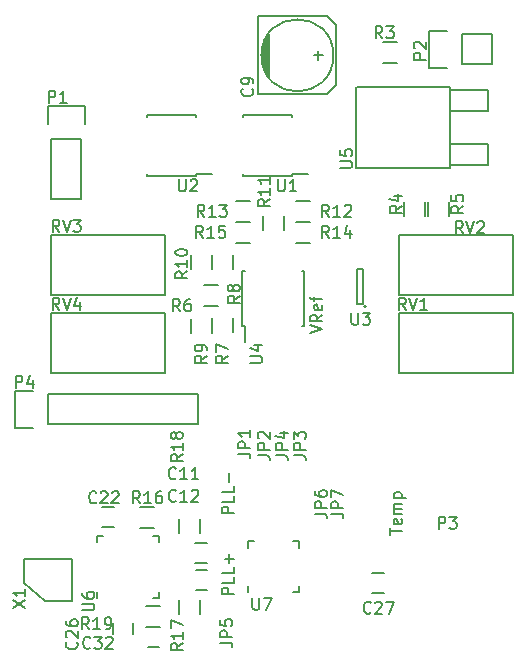
<source format=gto>
G04 #@! TF.FileFunction,Legend,Top*
%FSLAX46Y46*%
G04 Gerber Fmt 4.6, Leading zero omitted, Abs format (unit mm)*
G04 Created by KiCad (PCBNEW (2015-09-23 BZR 6209)-product) date Thu 24 Sep 2015 02:01:43 PM EDT*
%MOMM*%
G01*
G04 APERTURE LIST*
%ADD10C,0.100000*%
%ADD11C,0.150000*%
G04 APERTURE END LIST*
D10*
D11*
X21717000Y-3048000D02*
X21717000Y-4572000D01*
X21844000Y-4953000D02*
X21844000Y-2667000D01*
X21971000Y-2413000D02*
X21971000Y-5207000D01*
X22098000Y-5461000D02*
X22098000Y-2159000D01*
X22225000Y-2032000D02*
X22225000Y-5588000D01*
X21336000Y-508000D02*
X21336000Y-7112000D01*
X21336000Y-7112000D02*
X27178000Y-7112000D01*
X27178000Y-7112000D02*
X27940000Y-6350000D01*
X27940000Y-6350000D02*
X27940000Y-1270000D01*
X27940000Y-1270000D02*
X27178000Y-508000D01*
X27178000Y-508000D02*
X21336000Y-508000D01*
X26797000Y-3810000D02*
X26035000Y-3810000D01*
X26416000Y-3429000D02*
X26416000Y-4191000D01*
X27686000Y-3810000D02*
G75*
G03X27686000Y-3810000I-3048000J0D01*
G01*
X15994000Y-46824000D02*
X16994000Y-46824000D01*
X16994000Y-45124000D02*
X15994000Y-45124000D01*
X16026000Y-49110000D02*
X17026000Y-49110000D01*
X17026000Y-47410000D02*
X16026000Y-47410000D01*
X8120000Y-43776000D02*
X9120000Y-43776000D01*
X9120000Y-42076000D02*
X8120000Y-42076000D01*
X10756000Y-52840000D02*
X10756000Y-51840000D01*
X9056000Y-51840000D02*
X9056000Y-52840000D01*
X30996000Y-49364000D02*
X31996000Y-49364000D01*
X31996000Y-47664000D02*
X30996000Y-47664000D01*
X11962000Y-53936000D02*
X12962000Y-53936000D01*
X12962000Y-52236000D02*
X11962000Y-52236000D01*
X33046000Y-4431000D02*
X31846000Y-4431000D01*
X31846000Y-2681000D02*
X33046000Y-2681000D01*
X35419000Y-16230000D02*
X35419000Y-17430000D01*
X33669000Y-17430000D02*
X33669000Y-16230000D01*
X37451000Y-16230000D02*
X37451000Y-17430000D01*
X35701000Y-17430000D02*
X35701000Y-16230000D01*
X17938000Y-25005000D02*
X16738000Y-25005000D01*
X16738000Y-23255000D02*
X17938000Y-23255000D01*
X19163000Y-26070000D02*
X19163000Y-27270000D01*
X17413000Y-27270000D02*
X17413000Y-26070000D01*
X17413000Y-21936000D02*
X17413000Y-20736000D01*
X19163000Y-20736000D02*
X19163000Y-21936000D01*
X17385000Y-26136000D02*
X17385000Y-27336000D01*
X15635000Y-27336000D02*
X15635000Y-26136000D01*
X15635000Y-21936000D02*
X15635000Y-20736000D01*
X17385000Y-20736000D02*
X17385000Y-21936000D01*
X21731000Y-18634000D02*
X21731000Y-17434000D01*
X23481000Y-17434000D02*
X23481000Y-18634000D01*
X24546000Y-16143000D02*
X25746000Y-16143000D01*
X25746000Y-17893000D02*
X24546000Y-17893000D01*
X20666000Y-17893000D02*
X19466000Y-17893000D01*
X19466000Y-16143000D02*
X20666000Y-16143000D01*
X24546000Y-17921000D02*
X25746000Y-17921000D01*
X25746000Y-19671000D02*
X24546000Y-19671000D01*
X20666000Y-19671000D02*
X19466000Y-19671000D01*
X19466000Y-17921000D02*
X20666000Y-17921000D01*
X12472000Y-43801000D02*
X11272000Y-43801000D01*
X11272000Y-42051000D02*
X12472000Y-42051000D01*
X16369000Y-49946000D02*
X16369000Y-51146000D01*
X14619000Y-51146000D02*
X14619000Y-49946000D01*
X14619000Y-44288000D02*
X14619000Y-43088000D01*
X16369000Y-43088000D02*
X16369000Y-44288000D01*
X13046000Y-52183000D02*
X11846000Y-52183000D01*
X11846000Y-50433000D02*
X13046000Y-50433000D01*
X42926000Y-30734000D02*
X42926000Y-25654000D01*
X33274000Y-30734000D02*
X42926000Y-30734000D01*
X33274000Y-25654000D02*
X33274000Y-30734000D01*
X42926000Y-25654000D02*
X33274000Y-25654000D01*
X42926000Y-24130000D02*
X42926000Y-19050000D01*
X33274000Y-24130000D02*
X42926000Y-24130000D01*
X33274000Y-19050000D02*
X33274000Y-24130000D01*
X42926000Y-19050000D02*
X33274000Y-19050000D01*
X13462000Y-24130000D02*
X13462000Y-19050000D01*
X3810000Y-24130000D02*
X13462000Y-24130000D01*
X3810000Y-19050000D02*
X3810000Y-24130000D01*
X13462000Y-19050000D02*
X3810000Y-19050000D01*
X13462000Y-30734000D02*
X13462000Y-25654000D01*
X3810000Y-30734000D02*
X13462000Y-30734000D01*
X3810000Y-25654000D02*
X3810000Y-30734000D01*
X13462000Y-25654000D02*
X3810000Y-25654000D01*
X24173000Y-14005000D02*
X24173000Y-13860000D01*
X20023000Y-14005000D02*
X20023000Y-13860000D01*
X20023000Y-8855000D02*
X20023000Y-9000000D01*
X24173000Y-8855000D02*
X24173000Y-9000000D01*
X24173000Y-14005000D02*
X20023000Y-14005000D01*
X24173000Y-8855000D02*
X20023000Y-8855000D01*
X24173000Y-13860000D02*
X25573000Y-13860000D01*
X16045000Y-14005000D02*
X16045000Y-13860000D01*
X11895000Y-14005000D02*
X11895000Y-13860000D01*
X11895000Y-8855000D02*
X11895000Y-9000000D01*
X16045000Y-8855000D02*
X16045000Y-9000000D01*
X16045000Y-14005000D02*
X11895000Y-14005000D01*
X16045000Y-8855000D02*
X11895000Y-8855000D01*
X16045000Y-13860000D02*
X17445000Y-13860000D01*
X30472000Y-25068000D02*
G75*
G03X30472000Y-25068000I-100000J0D01*
G01*
X29722000Y-24818000D02*
X30222000Y-24818000D01*
X29722000Y-21918000D02*
X29722000Y-24818000D01*
X30222000Y-21918000D02*
X29722000Y-21918000D01*
X30222000Y-24818000D02*
X30222000Y-21918000D01*
X19981000Y-26709000D02*
X20206000Y-26709000D01*
X19981000Y-22059000D02*
X20206000Y-22059000D01*
X25231000Y-22059000D02*
X25006000Y-22059000D01*
X25231000Y-26709000D02*
X25006000Y-26709000D01*
X19981000Y-26709000D02*
X19981000Y-22059000D01*
X25231000Y-26709000D02*
X25231000Y-22059000D01*
X20206000Y-26709000D02*
X20206000Y-28059000D01*
X37592000Y-8509000D02*
X40767000Y-8509000D01*
X40767000Y-8509000D02*
X40767000Y-6731000D01*
X40767000Y-6731000D02*
X37592000Y-6731000D01*
X37592000Y-13081000D02*
X40767000Y-13081000D01*
X40767000Y-13081000D02*
X40767000Y-11303000D01*
X40767000Y-11303000D02*
X37592000Y-11303000D01*
X31496000Y-6477000D02*
X37592000Y-6477000D01*
X37592000Y-6477000D02*
X37592000Y-13335000D01*
X37592000Y-13335000D02*
X29718000Y-13335000D01*
X29591000Y-13335000D02*
X29591000Y-6477000D01*
X29718000Y-6477000D02*
X31496000Y-6477000D01*
X7675000Y-44512000D02*
X8200000Y-44512000D01*
X12925000Y-49762000D02*
X12400000Y-49762000D01*
X12925000Y-44512000D02*
X12400000Y-44512000D01*
X7675000Y-49762000D02*
X7675000Y-49237000D01*
X12925000Y-49762000D02*
X12925000Y-49237000D01*
X12925000Y-44512000D02*
X12925000Y-45037000D01*
X7675000Y-44512000D02*
X7675000Y-45037000D01*
X20456000Y-44967000D02*
X20981000Y-44967000D01*
X24756000Y-49267000D02*
X24231000Y-49267000D01*
X24756000Y-44967000D02*
X24231000Y-44967000D01*
X20456000Y-49267000D02*
X20456000Y-48742000D01*
X24756000Y-49267000D02*
X24756000Y-48742000D01*
X24756000Y-44967000D02*
X24756000Y-45492000D01*
X20456000Y-44967000D02*
X20456000Y-45492000D01*
X5588000Y-46482000D02*
X5588000Y-50038000D01*
X1524000Y-46482000D02*
X5588000Y-46482000D01*
X1524000Y-48514000D02*
X1524000Y-46482000D01*
X3302000Y-50038000D02*
X1524000Y-48514000D01*
X5588000Y-50038000D02*
X3302000Y-50038000D01*
X3810000Y-10922000D02*
X3810000Y-16002000D01*
X3810000Y-16002000D02*
X6350000Y-16002000D01*
X6350000Y-16002000D02*
X6350000Y-10922000D01*
X6630000Y-8102000D02*
X6630000Y-9652000D01*
X6350000Y-10922000D02*
X3810000Y-10922000D01*
X3530000Y-9652000D02*
X3530000Y-8102000D01*
X3530000Y-8102000D02*
X6630000Y-8102000D01*
X38608000Y-2032000D02*
X41148000Y-2032000D01*
X35788000Y-1752000D02*
X37338000Y-1752000D01*
X38608000Y-2032000D02*
X38608000Y-4572000D01*
X37338000Y-4852000D02*
X35788000Y-4852000D01*
X35788000Y-4852000D02*
X35788000Y-1752000D01*
X38608000Y-4572000D02*
X41148000Y-4572000D01*
X41148000Y-4572000D02*
X41148000Y-2032000D01*
X3556000Y-32512000D02*
X16256000Y-32512000D01*
X16256000Y-32512000D02*
X16256000Y-35052000D01*
X16256000Y-35052000D02*
X3556000Y-35052000D01*
X736000Y-32232000D02*
X2286000Y-32232000D01*
X3556000Y-32512000D02*
X3556000Y-35052000D01*
X2286000Y-35332000D02*
X736000Y-35332000D01*
X736000Y-35332000D02*
X736000Y-32232000D01*
X18121381Y-53538333D02*
X18835667Y-53538333D01*
X18978524Y-53585953D01*
X19073762Y-53681191D01*
X19121381Y-53824048D01*
X19121381Y-53919286D01*
X19121381Y-53062143D02*
X18121381Y-53062143D01*
X18121381Y-52681190D01*
X18169000Y-52585952D01*
X18216619Y-52538333D01*
X18311857Y-52490714D01*
X18454714Y-52490714D01*
X18549952Y-52538333D01*
X18597571Y-52585952D01*
X18645190Y-52681190D01*
X18645190Y-53062143D01*
X18121381Y-51585952D02*
X18121381Y-52062143D01*
X18597571Y-52109762D01*
X18549952Y-52062143D01*
X18502333Y-51966905D01*
X18502333Y-51728809D01*
X18549952Y-51633571D01*
X18597571Y-51585952D01*
X18692810Y-51538333D01*
X18930905Y-51538333D01*
X19026143Y-51585952D01*
X19073762Y-51633571D01*
X19121381Y-51728809D01*
X19121381Y-51966905D01*
X19073762Y-52062143D01*
X19026143Y-52109762D01*
X20804143Y-6643666D02*
X20851762Y-6691285D01*
X20899381Y-6834142D01*
X20899381Y-6929380D01*
X20851762Y-7072238D01*
X20756524Y-7167476D01*
X20661286Y-7215095D01*
X20470810Y-7262714D01*
X20327952Y-7262714D01*
X20137476Y-7215095D01*
X20042238Y-7167476D01*
X19947000Y-7072238D01*
X19899381Y-6929380D01*
X19899381Y-6834142D01*
X19947000Y-6691285D01*
X19994619Y-6643666D01*
X20899381Y-6167476D02*
X20899381Y-5977000D01*
X20851762Y-5881761D01*
X20804143Y-5834142D01*
X20661286Y-5738904D01*
X20470810Y-5691285D01*
X20089857Y-5691285D01*
X19994619Y-5738904D01*
X19947000Y-5786523D01*
X19899381Y-5881761D01*
X19899381Y-6072238D01*
X19947000Y-6167476D01*
X19994619Y-6215095D01*
X20089857Y-6262714D01*
X20327952Y-6262714D01*
X20423190Y-6215095D01*
X20470810Y-6167476D01*
X20518429Y-6072238D01*
X20518429Y-5881761D01*
X20470810Y-5786523D01*
X20423190Y-5738904D01*
X20327952Y-5691285D01*
X14343143Y-39600143D02*
X14295524Y-39647762D01*
X14152667Y-39695381D01*
X14057429Y-39695381D01*
X13914571Y-39647762D01*
X13819333Y-39552524D01*
X13771714Y-39457286D01*
X13724095Y-39266810D01*
X13724095Y-39123952D01*
X13771714Y-38933476D01*
X13819333Y-38838238D01*
X13914571Y-38743000D01*
X14057429Y-38695381D01*
X14152667Y-38695381D01*
X14295524Y-38743000D01*
X14343143Y-38790619D01*
X15295524Y-39695381D02*
X14724095Y-39695381D01*
X15009809Y-39695381D02*
X15009809Y-38695381D01*
X14914571Y-38838238D01*
X14819333Y-38933476D01*
X14724095Y-38981095D01*
X16247905Y-39695381D02*
X15676476Y-39695381D01*
X15962190Y-39695381D02*
X15962190Y-38695381D01*
X15866952Y-38838238D01*
X15771714Y-38933476D01*
X15676476Y-38981095D01*
X14343143Y-41505143D02*
X14295524Y-41552762D01*
X14152667Y-41600381D01*
X14057429Y-41600381D01*
X13914571Y-41552762D01*
X13819333Y-41457524D01*
X13771714Y-41362286D01*
X13724095Y-41171810D01*
X13724095Y-41028952D01*
X13771714Y-40838476D01*
X13819333Y-40743238D01*
X13914571Y-40648000D01*
X14057429Y-40600381D01*
X14152667Y-40600381D01*
X14295524Y-40648000D01*
X14343143Y-40695619D01*
X15295524Y-41600381D02*
X14724095Y-41600381D01*
X15009809Y-41600381D02*
X15009809Y-40600381D01*
X14914571Y-40743238D01*
X14819333Y-40838476D01*
X14724095Y-40886095D01*
X15676476Y-40695619D02*
X15724095Y-40648000D01*
X15819333Y-40600381D01*
X16057429Y-40600381D01*
X16152667Y-40648000D01*
X16200286Y-40695619D01*
X16247905Y-40790857D01*
X16247905Y-40886095D01*
X16200286Y-41028952D01*
X15628857Y-41600381D01*
X16247905Y-41600381D01*
X7612143Y-41632143D02*
X7564524Y-41679762D01*
X7421667Y-41727381D01*
X7326429Y-41727381D01*
X7183571Y-41679762D01*
X7088333Y-41584524D01*
X7040714Y-41489286D01*
X6993095Y-41298810D01*
X6993095Y-41155952D01*
X7040714Y-40965476D01*
X7088333Y-40870238D01*
X7183571Y-40775000D01*
X7326429Y-40727381D01*
X7421667Y-40727381D01*
X7564524Y-40775000D01*
X7612143Y-40822619D01*
X7993095Y-40822619D02*
X8040714Y-40775000D01*
X8135952Y-40727381D01*
X8374048Y-40727381D01*
X8469286Y-40775000D01*
X8516905Y-40822619D01*
X8564524Y-40917857D01*
X8564524Y-41013095D01*
X8516905Y-41155952D01*
X7945476Y-41727381D01*
X8564524Y-41727381D01*
X8945476Y-40822619D02*
X8993095Y-40775000D01*
X9088333Y-40727381D01*
X9326429Y-40727381D01*
X9421667Y-40775000D01*
X9469286Y-40822619D01*
X9516905Y-40917857D01*
X9516905Y-41013095D01*
X9469286Y-41155952D01*
X8897857Y-41727381D01*
X9516905Y-41727381D01*
X5945143Y-53474857D02*
X5992762Y-53522476D01*
X6040381Y-53665333D01*
X6040381Y-53760571D01*
X5992762Y-53903429D01*
X5897524Y-53998667D01*
X5802286Y-54046286D01*
X5611810Y-54093905D01*
X5468952Y-54093905D01*
X5278476Y-54046286D01*
X5183238Y-53998667D01*
X5088000Y-53903429D01*
X5040381Y-53760571D01*
X5040381Y-53665333D01*
X5088000Y-53522476D01*
X5135619Y-53474857D01*
X5135619Y-53093905D02*
X5088000Y-53046286D01*
X5040381Y-52951048D01*
X5040381Y-52712952D01*
X5088000Y-52617714D01*
X5135619Y-52570095D01*
X5230857Y-52522476D01*
X5326095Y-52522476D01*
X5468952Y-52570095D01*
X6040381Y-53141524D01*
X6040381Y-52522476D01*
X5040381Y-51665333D02*
X5040381Y-51855810D01*
X5088000Y-51951048D01*
X5135619Y-51998667D01*
X5278476Y-52093905D01*
X5468952Y-52141524D01*
X5849905Y-52141524D01*
X5945143Y-52093905D01*
X5992762Y-52046286D01*
X6040381Y-51951048D01*
X6040381Y-51760571D01*
X5992762Y-51665333D01*
X5945143Y-51617714D01*
X5849905Y-51570095D01*
X5611810Y-51570095D01*
X5516571Y-51617714D01*
X5468952Y-51665333D01*
X5421333Y-51760571D01*
X5421333Y-51951048D01*
X5468952Y-52046286D01*
X5516571Y-52093905D01*
X5611810Y-52141524D01*
X30853143Y-50971143D02*
X30805524Y-51018762D01*
X30662667Y-51066381D01*
X30567429Y-51066381D01*
X30424571Y-51018762D01*
X30329333Y-50923524D01*
X30281714Y-50828286D01*
X30234095Y-50637810D01*
X30234095Y-50494952D01*
X30281714Y-50304476D01*
X30329333Y-50209238D01*
X30424571Y-50114000D01*
X30567429Y-50066381D01*
X30662667Y-50066381D01*
X30805524Y-50114000D01*
X30853143Y-50161619D01*
X31234095Y-50161619D02*
X31281714Y-50114000D01*
X31376952Y-50066381D01*
X31615048Y-50066381D01*
X31710286Y-50114000D01*
X31757905Y-50161619D01*
X31805524Y-50256857D01*
X31805524Y-50352095D01*
X31757905Y-50494952D01*
X31186476Y-51066381D01*
X31805524Y-51066381D01*
X32138857Y-50066381D02*
X32805524Y-50066381D01*
X32376952Y-51066381D01*
X7104143Y-53951143D02*
X7056524Y-53998762D01*
X6913667Y-54046381D01*
X6818429Y-54046381D01*
X6675571Y-53998762D01*
X6580333Y-53903524D01*
X6532714Y-53808286D01*
X6485095Y-53617810D01*
X6485095Y-53474952D01*
X6532714Y-53284476D01*
X6580333Y-53189238D01*
X6675571Y-53094000D01*
X6818429Y-53046381D01*
X6913667Y-53046381D01*
X7056524Y-53094000D01*
X7104143Y-53141619D01*
X7437476Y-53046381D02*
X8056524Y-53046381D01*
X7723190Y-53427333D01*
X7866048Y-53427333D01*
X7961286Y-53474952D01*
X8008905Y-53522571D01*
X8056524Y-53617810D01*
X8056524Y-53855905D01*
X8008905Y-53951143D01*
X7961286Y-53998762D01*
X7866048Y-54046381D01*
X7580333Y-54046381D01*
X7485095Y-53998762D01*
X7437476Y-53951143D01*
X8437476Y-53141619D02*
X8485095Y-53094000D01*
X8580333Y-53046381D01*
X8818429Y-53046381D01*
X8913667Y-53094000D01*
X8961286Y-53141619D01*
X9008905Y-53236857D01*
X9008905Y-53332095D01*
X8961286Y-53474952D01*
X8389857Y-54046381D01*
X9008905Y-54046381D01*
X19645381Y-37536333D02*
X20359667Y-37536333D01*
X20502524Y-37583953D01*
X20597762Y-37679191D01*
X20645381Y-37822048D01*
X20645381Y-37917286D01*
X20645381Y-37060143D02*
X19645381Y-37060143D01*
X19645381Y-36679190D01*
X19693000Y-36583952D01*
X19740619Y-36536333D01*
X19835857Y-36488714D01*
X19978714Y-36488714D01*
X20073952Y-36536333D01*
X20121571Y-36583952D01*
X20169190Y-36679190D01*
X20169190Y-37060143D01*
X20645381Y-35536333D02*
X20645381Y-36107762D01*
X20645381Y-35822048D02*
X19645381Y-35822048D01*
X19788238Y-35917286D01*
X19883476Y-36012524D01*
X19931095Y-36107762D01*
X21296381Y-37663333D02*
X22010667Y-37663333D01*
X22153524Y-37710953D01*
X22248762Y-37806191D01*
X22296381Y-37949048D01*
X22296381Y-38044286D01*
X22296381Y-37187143D02*
X21296381Y-37187143D01*
X21296381Y-36806190D01*
X21344000Y-36710952D01*
X21391619Y-36663333D01*
X21486857Y-36615714D01*
X21629714Y-36615714D01*
X21724952Y-36663333D01*
X21772571Y-36710952D01*
X21820190Y-36806190D01*
X21820190Y-37187143D01*
X21391619Y-36234762D02*
X21344000Y-36187143D01*
X21296381Y-36091905D01*
X21296381Y-35853809D01*
X21344000Y-35758571D01*
X21391619Y-35710952D01*
X21486857Y-35663333D01*
X21582095Y-35663333D01*
X21724952Y-35710952D01*
X22296381Y-36282381D01*
X22296381Y-35663333D01*
X24344381Y-37663333D02*
X25058667Y-37663333D01*
X25201524Y-37710953D01*
X25296762Y-37806191D01*
X25344381Y-37949048D01*
X25344381Y-38044286D01*
X25344381Y-37187143D02*
X24344381Y-37187143D01*
X24344381Y-36806190D01*
X24392000Y-36710952D01*
X24439619Y-36663333D01*
X24534857Y-36615714D01*
X24677714Y-36615714D01*
X24772952Y-36663333D01*
X24820571Y-36710952D01*
X24868190Y-36806190D01*
X24868190Y-37187143D01*
X24344381Y-36282381D02*
X24344381Y-35663333D01*
X24725333Y-35996667D01*
X24725333Y-35853809D01*
X24772952Y-35758571D01*
X24820571Y-35710952D01*
X24915810Y-35663333D01*
X25153905Y-35663333D01*
X25249143Y-35710952D01*
X25296762Y-35758571D01*
X25344381Y-35853809D01*
X25344381Y-36139524D01*
X25296762Y-36234762D01*
X25249143Y-36282381D01*
X22820381Y-37663333D02*
X23534667Y-37663333D01*
X23677524Y-37710953D01*
X23772762Y-37806191D01*
X23820381Y-37949048D01*
X23820381Y-38044286D01*
X23820381Y-37187143D02*
X22820381Y-37187143D01*
X22820381Y-36806190D01*
X22868000Y-36710952D01*
X22915619Y-36663333D01*
X23010857Y-36615714D01*
X23153714Y-36615714D01*
X23248952Y-36663333D01*
X23296571Y-36710952D01*
X23344190Y-36806190D01*
X23344190Y-37187143D01*
X23153714Y-35758571D02*
X23820381Y-35758571D01*
X22772762Y-35996667D02*
X23487048Y-36234762D01*
X23487048Y-35615714D01*
X26122381Y-42616333D02*
X26836667Y-42616333D01*
X26979524Y-42663953D01*
X27074762Y-42759191D01*
X27122381Y-42902048D01*
X27122381Y-42997286D01*
X27122381Y-42140143D02*
X26122381Y-42140143D01*
X26122381Y-41759190D01*
X26170000Y-41663952D01*
X26217619Y-41616333D01*
X26312857Y-41568714D01*
X26455714Y-41568714D01*
X26550952Y-41616333D01*
X26598571Y-41663952D01*
X26646190Y-41759190D01*
X26646190Y-42140143D01*
X26122381Y-40711571D02*
X26122381Y-40902048D01*
X26170000Y-40997286D01*
X26217619Y-41044905D01*
X26360476Y-41140143D01*
X26550952Y-41187762D01*
X26931905Y-41187762D01*
X27027143Y-41140143D01*
X27074762Y-41092524D01*
X27122381Y-40997286D01*
X27122381Y-40806809D01*
X27074762Y-40711571D01*
X27027143Y-40663952D01*
X26931905Y-40616333D01*
X26693810Y-40616333D01*
X26598571Y-40663952D01*
X26550952Y-40711571D01*
X26503333Y-40806809D01*
X26503333Y-40997286D01*
X26550952Y-41092524D01*
X26598571Y-41140143D01*
X26693810Y-41187762D01*
X27519381Y-42616333D02*
X28233667Y-42616333D01*
X28376524Y-42663953D01*
X28471762Y-42759191D01*
X28519381Y-42902048D01*
X28519381Y-42997286D01*
X28519381Y-42140143D02*
X27519381Y-42140143D01*
X27519381Y-41759190D01*
X27567000Y-41663952D01*
X27614619Y-41616333D01*
X27709857Y-41568714D01*
X27852714Y-41568714D01*
X27947952Y-41616333D01*
X27995571Y-41663952D01*
X28043190Y-41759190D01*
X28043190Y-42140143D01*
X27519381Y-41235381D02*
X27519381Y-40568714D01*
X28519381Y-40997286D01*
X31837334Y-2357381D02*
X31504000Y-1881190D01*
X31265905Y-2357381D02*
X31265905Y-1357381D01*
X31646858Y-1357381D01*
X31742096Y-1405000D01*
X31789715Y-1452619D01*
X31837334Y-1547857D01*
X31837334Y-1690714D01*
X31789715Y-1785952D01*
X31742096Y-1833571D01*
X31646858Y-1881190D01*
X31265905Y-1881190D01*
X32170667Y-1357381D02*
X32789715Y-1357381D01*
X32456381Y-1738333D01*
X32599239Y-1738333D01*
X32694477Y-1785952D01*
X32742096Y-1833571D01*
X32789715Y-1928810D01*
X32789715Y-2166905D01*
X32742096Y-2262143D01*
X32694477Y-2309762D01*
X32599239Y-2357381D01*
X32313524Y-2357381D01*
X32218286Y-2309762D01*
X32170667Y-2262143D01*
X33472381Y-16549666D02*
X32996190Y-16883000D01*
X33472381Y-17121095D02*
X32472381Y-17121095D01*
X32472381Y-16740142D01*
X32520000Y-16644904D01*
X32567619Y-16597285D01*
X32662857Y-16549666D01*
X32805714Y-16549666D01*
X32900952Y-16597285D01*
X32948571Y-16644904D01*
X32996190Y-16740142D01*
X32996190Y-17121095D01*
X32805714Y-15692523D02*
X33472381Y-15692523D01*
X32424762Y-15930619D02*
X33139048Y-16168714D01*
X33139048Y-15549666D01*
X38679381Y-16549666D02*
X38203190Y-16883000D01*
X38679381Y-17121095D02*
X37679381Y-17121095D01*
X37679381Y-16740142D01*
X37727000Y-16644904D01*
X37774619Y-16597285D01*
X37869857Y-16549666D01*
X38012714Y-16549666D01*
X38107952Y-16597285D01*
X38155571Y-16644904D01*
X38203190Y-16740142D01*
X38203190Y-17121095D01*
X37679381Y-15644904D02*
X37679381Y-16121095D01*
X38155571Y-16168714D01*
X38107952Y-16121095D01*
X38060333Y-16025857D01*
X38060333Y-15787761D01*
X38107952Y-15692523D01*
X38155571Y-15644904D01*
X38250810Y-15597285D01*
X38488905Y-15597285D01*
X38584143Y-15644904D01*
X38631762Y-15692523D01*
X38679381Y-15787761D01*
X38679381Y-16025857D01*
X38631762Y-16121095D01*
X38584143Y-16168714D01*
X14692334Y-25471381D02*
X14359000Y-24995190D01*
X14120905Y-25471381D02*
X14120905Y-24471381D01*
X14501858Y-24471381D01*
X14597096Y-24519000D01*
X14644715Y-24566619D01*
X14692334Y-24661857D01*
X14692334Y-24804714D01*
X14644715Y-24899952D01*
X14597096Y-24947571D01*
X14501858Y-24995190D01*
X14120905Y-24995190D01*
X15549477Y-24471381D02*
X15359000Y-24471381D01*
X15263762Y-24519000D01*
X15216143Y-24566619D01*
X15120905Y-24709476D01*
X15073286Y-24899952D01*
X15073286Y-25280905D01*
X15120905Y-25376143D01*
X15168524Y-25423762D01*
X15263762Y-25471381D01*
X15454239Y-25471381D01*
X15549477Y-25423762D01*
X15597096Y-25376143D01*
X15644715Y-25280905D01*
X15644715Y-25042810D01*
X15597096Y-24947571D01*
X15549477Y-24899952D01*
X15454239Y-24852333D01*
X15263762Y-24852333D01*
X15168524Y-24899952D01*
X15120905Y-24947571D01*
X15073286Y-25042810D01*
X18740381Y-29249666D02*
X18264190Y-29583000D01*
X18740381Y-29821095D02*
X17740381Y-29821095D01*
X17740381Y-29440142D01*
X17788000Y-29344904D01*
X17835619Y-29297285D01*
X17930857Y-29249666D01*
X18073714Y-29249666D01*
X18168952Y-29297285D01*
X18216571Y-29344904D01*
X18264190Y-29440142D01*
X18264190Y-29821095D01*
X17740381Y-28916333D02*
X17740381Y-28249666D01*
X18740381Y-28678238D01*
X19756381Y-24169666D02*
X19280190Y-24503000D01*
X19756381Y-24741095D02*
X18756381Y-24741095D01*
X18756381Y-24360142D01*
X18804000Y-24264904D01*
X18851619Y-24217285D01*
X18946857Y-24169666D01*
X19089714Y-24169666D01*
X19184952Y-24217285D01*
X19232571Y-24264904D01*
X19280190Y-24360142D01*
X19280190Y-24741095D01*
X19184952Y-23598238D02*
X19137333Y-23693476D01*
X19089714Y-23741095D01*
X18994476Y-23788714D01*
X18946857Y-23788714D01*
X18851619Y-23741095D01*
X18804000Y-23693476D01*
X18756381Y-23598238D01*
X18756381Y-23407761D01*
X18804000Y-23312523D01*
X18851619Y-23264904D01*
X18946857Y-23217285D01*
X18994476Y-23217285D01*
X19089714Y-23264904D01*
X19137333Y-23312523D01*
X19184952Y-23407761D01*
X19184952Y-23598238D01*
X19232571Y-23693476D01*
X19280190Y-23741095D01*
X19375429Y-23788714D01*
X19565905Y-23788714D01*
X19661143Y-23741095D01*
X19708762Y-23693476D01*
X19756381Y-23598238D01*
X19756381Y-23407761D01*
X19708762Y-23312523D01*
X19661143Y-23264904D01*
X19565905Y-23217285D01*
X19375429Y-23217285D01*
X19280190Y-23264904D01*
X19232571Y-23312523D01*
X19184952Y-23407761D01*
X16962381Y-29249666D02*
X16486190Y-29583000D01*
X16962381Y-29821095D02*
X15962381Y-29821095D01*
X15962381Y-29440142D01*
X16010000Y-29344904D01*
X16057619Y-29297285D01*
X16152857Y-29249666D01*
X16295714Y-29249666D01*
X16390952Y-29297285D01*
X16438571Y-29344904D01*
X16486190Y-29440142D01*
X16486190Y-29821095D01*
X16962381Y-28773476D02*
X16962381Y-28583000D01*
X16914762Y-28487761D01*
X16867143Y-28440142D01*
X16724286Y-28344904D01*
X16533810Y-28297285D01*
X16152857Y-28297285D01*
X16057619Y-28344904D01*
X16010000Y-28392523D01*
X15962381Y-28487761D01*
X15962381Y-28678238D01*
X16010000Y-28773476D01*
X16057619Y-28821095D01*
X16152857Y-28868714D01*
X16390952Y-28868714D01*
X16486190Y-28821095D01*
X16533810Y-28773476D01*
X16581429Y-28678238D01*
X16581429Y-28487761D01*
X16533810Y-28392523D01*
X16486190Y-28344904D01*
X16390952Y-28297285D01*
X15311381Y-22105857D02*
X14835190Y-22439191D01*
X15311381Y-22677286D02*
X14311381Y-22677286D01*
X14311381Y-22296333D01*
X14359000Y-22201095D01*
X14406619Y-22153476D01*
X14501857Y-22105857D01*
X14644714Y-22105857D01*
X14739952Y-22153476D01*
X14787571Y-22201095D01*
X14835190Y-22296333D01*
X14835190Y-22677286D01*
X15311381Y-21153476D02*
X15311381Y-21724905D01*
X15311381Y-21439191D02*
X14311381Y-21439191D01*
X14454238Y-21534429D01*
X14549476Y-21629667D01*
X14597095Y-21724905D01*
X14311381Y-20534429D02*
X14311381Y-20439190D01*
X14359000Y-20343952D01*
X14406619Y-20296333D01*
X14501857Y-20248714D01*
X14692333Y-20201095D01*
X14930429Y-20201095D01*
X15120905Y-20248714D01*
X15216143Y-20296333D01*
X15263762Y-20343952D01*
X15311381Y-20439190D01*
X15311381Y-20534429D01*
X15263762Y-20629667D01*
X15216143Y-20677286D01*
X15120905Y-20724905D01*
X14930429Y-20772524D01*
X14692333Y-20772524D01*
X14501857Y-20724905D01*
X14406619Y-20677286D01*
X14359000Y-20629667D01*
X14311381Y-20534429D01*
X22296381Y-16009857D02*
X21820190Y-16343191D01*
X22296381Y-16581286D02*
X21296381Y-16581286D01*
X21296381Y-16200333D01*
X21344000Y-16105095D01*
X21391619Y-16057476D01*
X21486857Y-16009857D01*
X21629714Y-16009857D01*
X21724952Y-16057476D01*
X21772571Y-16105095D01*
X21820190Y-16200333D01*
X21820190Y-16581286D01*
X22296381Y-15057476D02*
X22296381Y-15628905D01*
X22296381Y-15343191D02*
X21296381Y-15343191D01*
X21439238Y-15438429D01*
X21534476Y-15533667D01*
X21582095Y-15628905D01*
X22296381Y-14105095D02*
X22296381Y-14676524D01*
X22296381Y-14390810D02*
X21296381Y-14390810D01*
X21439238Y-14486048D01*
X21534476Y-14581286D01*
X21582095Y-14676524D01*
X27297143Y-17470381D02*
X26963809Y-16994190D01*
X26725714Y-17470381D02*
X26725714Y-16470381D01*
X27106667Y-16470381D01*
X27201905Y-16518000D01*
X27249524Y-16565619D01*
X27297143Y-16660857D01*
X27297143Y-16803714D01*
X27249524Y-16898952D01*
X27201905Y-16946571D01*
X27106667Y-16994190D01*
X26725714Y-16994190D01*
X28249524Y-17470381D02*
X27678095Y-17470381D01*
X27963809Y-17470381D02*
X27963809Y-16470381D01*
X27868571Y-16613238D01*
X27773333Y-16708476D01*
X27678095Y-16756095D01*
X28630476Y-16565619D02*
X28678095Y-16518000D01*
X28773333Y-16470381D01*
X29011429Y-16470381D01*
X29106667Y-16518000D01*
X29154286Y-16565619D01*
X29201905Y-16660857D01*
X29201905Y-16756095D01*
X29154286Y-16898952D01*
X28582857Y-17470381D01*
X29201905Y-17470381D01*
X16756143Y-17470381D02*
X16422809Y-16994190D01*
X16184714Y-17470381D02*
X16184714Y-16470381D01*
X16565667Y-16470381D01*
X16660905Y-16518000D01*
X16708524Y-16565619D01*
X16756143Y-16660857D01*
X16756143Y-16803714D01*
X16708524Y-16898952D01*
X16660905Y-16946571D01*
X16565667Y-16994190D01*
X16184714Y-16994190D01*
X17708524Y-17470381D02*
X17137095Y-17470381D01*
X17422809Y-17470381D02*
X17422809Y-16470381D01*
X17327571Y-16613238D01*
X17232333Y-16708476D01*
X17137095Y-16756095D01*
X18041857Y-16470381D02*
X18660905Y-16470381D01*
X18327571Y-16851333D01*
X18470429Y-16851333D01*
X18565667Y-16898952D01*
X18613286Y-16946571D01*
X18660905Y-17041810D01*
X18660905Y-17279905D01*
X18613286Y-17375143D01*
X18565667Y-17422762D01*
X18470429Y-17470381D01*
X18184714Y-17470381D01*
X18089476Y-17422762D01*
X18041857Y-17375143D01*
X27297143Y-19248381D02*
X26963809Y-18772190D01*
X26725714Y-19248381D02*
X26725714Y-18248381D01*
X27106667Y-18248381D01*
X27201905Y-18296000D01*
X27249524Y-18343619D01*
X27297143Y-18438857D01*
X27297143Y-18581714D01*
X27249524Y-18676952D01*
X27201905Y-18724571D01*
X27106667Y-18772190D01*
X26725714Y-18772190D01*
X28249524Y-19248381D02*
X27678095Y-19248381D01*
X27963809Y-19248381D02*
X27963809Y-18248381D01*
X27868571Y-18391238D01*
X27773333Y-18486476D01*
X27678095Y-18534095D01*
X29106667Y-18581714D02*
X29106667Y-19248381D01*
X28868571Y-18200762D02*
X28630476Y-18915048D01*
X29249524Y-18915048D01*
X16629143Y-19248381D02*
X16295809Y-18772190D01*
X16057714Y-19248381D02*
X16057714Y-18248381D01*
X16438667Y-18248381D01*
X16533905Y-18296000D01*
X16581524Y-18343619D01*
X16629143Y-18438857D01*
X16629143Y-18581714D01*
X16581524Y-18676952D01*
X16533905Y-18724571D01*
X16438667Y-18772190D01*
X16057714Y-18772190D01*
X17581524Y-19248381D02*
X17010095Y-19248381D01*
X17295809Y-19248381D02*
X17295809Y-18248381D01*
X17200571Y-18391238D01*
X17105333Y-18486476D01*
X17010095Y-18534095D01*
X18486286Y-18248381D02*
X18010095Y-18248381D01*
X17962476Y-18724571D01*
X18010095Y-18676952D01*
X18105333Y-18629333D01*
X18343429Y-18629333D01*
X18438667Y-18676952D01*
X18486286Y-18724571D01*
X18533905Y-18819810D01*
X18533905Y-19057905D01*
X18486286Y-19153143D01*
X18438667Y-19200762D01*
X18343429Y-19248381D01*
X18105333Y-19248381D01*
X18010095Y-19200762D01*
X17962476Y-19153143D01*
X11295143Y-41727381D02*
X10961809Y-41251190D01*
X10723714Y-41727381D02*
X10723714Y-40727381D01*
X11104667Y-40727381D01*
X11199905Y-40775000D01*
X11247524Y-40822619D01*
X11295143Y-40917857D01*
X11295143Y-41060714D01*
X11247524Y-41155952D01*
X11199905Y-41203571D01*
X11104667Y-41251190D01*
X10723714Y-41251190D01*
X12247524Y-41727381D02*
X11676095Y-41727381D01*
X11961809Y-41727381D02*
X11961809Y-40727381D01*
X11866571Y-40870238D01*
X11771333Y-40965476D01*
X11676095Y-41013095D01*
X13104667Y-40727381D02*
X12914190Y-40727381D01*
X12818952Y-40775000D01*
X12771333Y-40822619D01*
X12676095Y-40965476D01*
X12628476Y-41155952D01*
X12628476Y-41536905D01*
X12676095Y-41632143D01*
X12723714Y-41679762D01*
X12818952Y-41727381D01*
X13009429Y-41727381D01*
X13104667Y-41679762D01*
X13152286Y-41632143D01*
X13199905Y-41536905D01*
X13199905Y-41298810D01*
X13152286Y-41203571D01*
X13104667Y-41155952D01*
X13009429Y-41108333D01*
X12818952Y-41108333D01*
X12723714Y-41155952D01*
X12676095Y-41203571D01*
X12628476Y-41298810D01*
X14930381Y-53601857D02*
X14454190Y-53935191D01*
X14930381Y-54173286D02*
X13930381Y-54173286D01*
X13930381Y-53792333D01*
X13978000Y-53697095D01*
X14025619Y-53649476D01*
X14120857Y-53601857D01*
X14263714Y-53601857D01*
X14358952Y-53649476D01*
X14406571Y-53697095D01*
X14454190Y-53792333D01*
X14454190Y-54173286D01*
X14930381Y-52649476D02*
X14930381Y-53220905D01*
X14930381Y-52935191D02*
X13930381Y-52935191D01*
X14073238Y-53030429D01*
X14168476Y-53125667D01*
X14216095Y-53220905D01*
X13930381Y-52316143D02*
X13930381Y-51649476D01*
X14930381Y-52078048D01*
X14930381Y-37599857D02*
X14454190Y-37933191D01*
X14930381Y-38171286D02*
X13930381Y-38171286D01*
X13930381Y-37790333D01*
X13978000Y-37695095D01*
X14025619Y-37647476D01*
X14120857Y-37599857D01*
X14263714Y-37599857D01*
X14358952Y-37647476D01*
X14406571Y-37695095D01*
X14454190Y-37790333D01*
X14454190Y-38171286D01*
X14930381Y-36647476D02*
X14930381Y-37218905D01*
X14930381Y-36933191D02*
X13930381Y-36933191D01*
X14073238Y-37028429D01*
X14168476Y-37123667D01*
X14216095Y-37218905D01*
X14358952Y-36076048D02*
X14311333Y-36171286D01*
X14263714Y-36218905D01*
X14168476Y-36266524D01*
X14120857Y-36266524D01*
X14025619Y-36218905D01*
X13978000Y-36171286D01*
X13930381Y-36076048D01*
X13930381Y-35885571D01*
X13978000Y-35790333D01*
X14025619Y-35742714D01*
X14120857Y-35695095D01*
X14168476Y-35695095D01*
X14263714Y-35742714D01*
X14311333Y-35790333D01*
X14358952Y-35885571D01*
X14358952Y-36076048D01*
X14406571Y-36171286D01*
X14454190Y-36218905D01*
X14549429Y-36266524D01*
X14739905Y-36266524D01*
X14835143Y-36218905D01*
X14882762Y-36171286D01*
X14930381Y-36076048D01*
X14930381Y-35885571D01*
X14882762Y-35790333D01*
X14835143Y-35742714D01*
X14739905Y-35695095D01*
X14549429Y-35695095D01*
X14454190Y-35742714D01*
X14406571Y-35790333D01*
X14358952Y-35885571D01*
X6977143Y-52395381D02*
X6643809Y-51919190D01*
X6405714Y-52395381D02*
X6405714Y-51395381D01*
X6786667Y-51395381D01*
X6881905Y-51443000D01*
X6929524Y-51490619D01*
X6977143Y-51585857D01*
X6977143Y-51728714D01*
X6929524Y-51823952D01*
X6881905Y-51871571D01*
X6786667Y-51919190D01*
X6405714Y-51919190D01*
X7929524Y-52395381D02*
X7358095Y-52395381D01*
X7643809Y-52395381D02*
X7643809Y-51395381D01*
X7548571Y-51538238D01*
X7453333Y-51633476D01*
X7358095Y-51681095D01*
X8405714Y-52395381D02*
X8596190Y-52395381D01*
X8691429Y-52347762D01*
X8739048Y-52300143D01*
X8834286Y-52157286D01*
X8881905Y-51966810D01*
X8881905Y-51585857D01*
X8834286Y-51490619D01*
X8786667Y-51443000D01*
X8691429Y-51395381D01*
X8500952Y-51395381D01*
X8405714Y-51443000D01*
X8358095Y-51490619D01*
X8310476Y-51585857D01*
X8310476Y-51823952D01*
X8358095Y-51919190D01*
X8405714Y-51966810D01*
X8500952Y-52014429D01*
X8691429Y-52014429D01*
X8786667Y-51966810D01*
X8834286Y-51919190D01*
X8881905Y-51823952D01*
X33821762Y-25344381D02*
X33488428Y-24868190D01*
X33250333Y-25344381D02*
X33250333Y-24344381D01*
X33631286Y-24344381D01*
X33726524Y-24392000D01*
X33774143Y-24439619D01*
X33821762Y-24534857D01*
X33821762Y-24677714D01*
X33774143Y-24772952D01*
X33726524Y-24820571D01*
X33631286Y-24868190D01*
X33250333Y-24868190D01*
X34107476Y-24344381D02*
X34440809Y-25344381D01*
X34774143Y-24344381D01*
X35631286Y-25344381D02*
X35059857Y-25344381D01*
X35345571Y-25344381D02*
X35345571Y-24344381D01*
X35250333Y-24487238D01*
X35155095Y-24582476D01*
X35059857Y-24630095D01*
X38647762Y-18867381D02*
X38314428Y-18391190D01*
X38076333Y-18867381D02*
X38076333Y-17867381D01*
X38457286Y-17867381D01*
X38552524Y-17915000D01*
X38600143Y-17962619D01*
X38647762Y-18057857D01*
X38647762Y-18200714D01*
X38600143Y-18295952D01*
X38552524Y-18343571D01*
X38457286Y-18391190D01*
X38076333Y-18391190D01*
X38933476Y-17867381D02*
X39266809Y-18867381D01*
X39600143Y-17867381D01*
X39885857Y-17962619D02*
X39933476Y-17915000D01*
X40028714Y-17867381D01*
X40266810Y-17867381D01*
X40362048Y-17915000D01*
X40409667Y-17962619D01*
X40457286Y-18057857D01*
X40457286Y-18153095D01*
X40409667Y-18295952D01*
X39838238Y-18867381D01*
X40457286Y-18867381D01*
X4484762Y-18740381D02*
X4151428Y-18264190D01*
X3913333Y-18740381D02*
X3913333Y-17740381D01*
X4294286Y-17740381D01*
X4389524Y-17788000D01*
X4437143Y-17835619D01*
X4484762Y-17930857D01*
X4484762Y-18073714D01*
X4437143Y-18168952D01*
X4389524Y-18216571D01*
X4294286Y-18264190D01*
X3913333Y-18264190D01*
X4770476Y-17740381D02*
X5103809Y-18740381D01*
X5437143Y-17740381D01*
X5675238Y-17740381D02*
X6294286Y-17740381D01*
X5960952Y-18121333D01*
X6103810Y-18121333D01*
X6199048Y-18168952D01*
X6246667Y-18216571D01*
X6294286Y-18311810D01*
X6294286Y-18549905D01*
X6246667Y-18645143D01*
X6199048Y-18692762D01*
X6103810Y-18740381D01*
X5818095Y-18740381D01*
X5722857Y-18692762D01*
X5675238Y-18645143D01*
X4484762Y-25344381D02*
X4151428Y-24868190D01*
X3913333Y-25344381D02*
X3913333Y-24344381D01*
X4294286Y-24344381D01*
X4389524Y-24392000D01*
X4437143Y-24439619D01*
X4484762Y-24534857D01*
X4484762Y-24677714D01*
X4437143Y-24772952D01*
X4389524Y-24820571D01*
X4294286Y-24868190D01*
X3913333Y-24868190D01*
X4770476Y-24344381D02*
X5103809Y-25344381D01*
X5437143Y-24344381D01*
X6199048Y-24677714D02*
X6199048Y-25344381D01*
X5960952Y-24296762D02*
X5722857Y-25011048D01*
X6341905Y-25011048D01*
X22987095Y-14311381D02*
X22987095Y-15120905D01*
X23034714Y-15216143D01*
X23082333Y-15263762D01*
X23177571Y-15311381D01*
X23368048Y-15311381D01*
X23463286Y-15263762D01*
X23510905Y-15216143D01*
X23558524Y-15120905D01*
X23558524Y-14311381D01*
X24558524Y-15311381D02*
X23987095Y-15311381D01*
X24272809Y-15311381D02*
X24272809Y-14311381D01*
X24177571Y-14454238D01*
X24082333Y-14549476D01*
X23987095Y-14597095D01*
X14605095Y-14311381D02*
X14605095Y-15120905D01*
X14652714Y-15216143D01*
X14700333Y-15263762D01*
X14795571Y-15311381D01*
X14986048Y-15311381D01*
X15081286Y-15263762D01*
X15128905Y-15216143D01*
X15176524Y-15120905D01*
X15176524Y-14311381D01*
X15605095Y-14406619D02*
X15652714Y-14359000D01*
X15747952Y-14311381D01*
X15986048Y-14311381D01*
X16081286Y-14359000D01*
X16128905Y-14406619D01*
X16176524Y-14501857D01*
X16176524Y-14597095D01*
X16128905Y-14739952D01*
X15557476Y-15311381D01*
X16176524Y-15311381D01*
X29210095Y-25614381D02*
X29210095Y-26423905D01*
X29257714Y-26519143D01*
X29305333Y-26566762D01*
X29400571Y-26614381D01*
X29591048Y-26614381D01*
X29686286Y-26566762D01*
X29733905Y-26519143D01*
X29781524Y-26423905D01*
X29781524Y-25614381D01*
X30162476Y-25614381D02*
X30781524Y-25614381D01*
X30448190Y-25995333D01*
X30591048Y-25995333D01*
X30686286Y-26042952D01*
X30733905Y-26090571D01*
X30781524Y-26185810D01*
X30781524Y-26423905D01*
X30733905Y-26519143D01*
X30686286Y-26566762D01*
X30591048Y-26614381D01*
X30305333Y-26614381D01*
X30210095Y-26566762D01*
X30162476Y-26519143D01*
X20661381Y-29844905D02*
X21470905Y-29844905D01*
X21566143Y-29797286D01*
X21613762Y-29749667D01*
X21661381Y-29654429D01*
X21661381Y-29463952D01*
X21613762Y-29368714D01*
X21566143Y-29321095D01*
X21470905Y-29273476D01*
X20661381Y-29273476D01*
X20994714Y-28368714D02*
X21661381Y-28368714D01*
X20613762Y-28606810D02*
X21328048Y-28844905D01*
X21328048Y-28225857D01*
X28281381Y-13334905D02*
X29090905Y-13334905D01*
X29186143Y-13287286D01*
X29233762Y-13239667D01*
X29281381Y-13144429D01*
X29281381Y-12953952D01*
X29233762Y-12858714D01*
X29186143Y-12811095D01*
X29090905Y-12763476D01*
X28281381Y-12763476D01*
X28281381Y-11811095D02*
X28281381Y-12287286D01*
X28757571Y-12334905D01*
X28709952Y-12287286D01*
X28662333Y-12192048D01*
X28662333Y-11953952D01*
X28709952Y-11858714D01*
X28757571Y-11811095D01*
X28852810Y-11763476D01*
X29090905Y-11763476D01*
X29186143Y-11811095D01*
X29233762Y-11858714D01*
X29281381Y-11953952D01*
X29281381Y-12192048D01*
X29233762Y-12287286D01*
X29186143Y-12334905D01*
X6437381Y-50799905D02*
X7246905Y-50799905D01*
X7342143Y-50752286D01*
X7389762Y-50704667D01*
X7437381Y-50609429D01*
X7437381Y-50418952D01*
X7389762Y-50323714D01*
X7342143Y-50276095D01*
X7246905Y-50228476D01*
X6437381Y-50228476D01*
X6437381Y-49323714D02*
X6437381Y-49514191D01*
X6485000Y-49609429D01*
X6532619Y-49657048D01*
X6675476Y-49752286D01*
X6865952Y-49799905D01*
X7246905Y-49799905D01*
X7342143Y-49752286D01*
X7389762Y-49704667D01*
X7437381Y-49609429D01*
X7437381Y-49418952D01*
X7389762Y-49323714D01*
X7342143Y-49276095D01*
X7246905Y-49228476D01*
X7008810Y-49228476D01*
X6913571Y-49276095D01*
X6865952Y-49323714D01*
X6818333Y-49418952D01*
X6818333Y-49609429D01*
X6865952Y-49704667D01*
X6913571Y-49752286D01*
X7008810Y-49799905D01*
X20828095Y-49744381D02*
X20828095Y-50553905D01*
X20875714Y-50649143D01*
X20923333Y-50696762D01*
X21018571Y-50744381D01*
X21209048Y-50744381D01*
X21304286Y-50696762D01*
X21351905Y-50649143D01*
X21399524Y-50553905D01*
X21399524Y-49744381D01*
X21780476Y-49744381D02*
X22447143Y-49744381D01*
X22018571Y-50744381D01*
X595381Y-50593524D02*
X1595381Y-49926857D01*
X595381Y-49926857D02*
X1595381Y-50593524D01*
X1595381Y-49022095D02*
X1595381Y-49593524D01*
X1595381Y-49307810D02*
X595381Y-49307810D01*
X738238Y-49403048D01*
X833476Y-49498286D01*
X881095Y-49593524D01*
X25741381Y-27328619D02*
X26741381Y-26995286D01*
X25741381Y-26661952D01*
X26741381Y-25757190D02*
X26265190Y-26090524D01*
X26741381Y-26328619D02*
X25741381Y-26328619D01*
X25741381Y-25947666D01*
X25789000Y-25852428D01*
X25836619Y-25804809D01*
X25931857Y-25757190D01*
X26074714Y-25757190D01*
X26169952Y-25804809D01*
X26217571Y-25852428D01*
X26265190Y-25947666D01*
X26265190Y-26328619D01*
X26693762Y-24947666D02*
X26741381Y-25042904D01*
X26741381Y-25233381D01*
X26693762Y-25328619D01*
X26598524Y-25376238D01*
X26217571Y-25376238D01*
X26122333Y-25328619D01*
X26074714Y-25233381D01*
X26074714Y-25042904D01*
X26122333Y-24947666D01*
X26217571Y-24900047D01*
X26312810Y-24900047D01*
X26408048Y-25376238D01*
X26074714Y-24614333D02*
X26074714Y-24233381D01*
X26741381Y-24471476D02*
X25884238Y-24471476D01*
X25789000Y-24423857D01*
X25741381Y-24328619D01*
X25741381Y-24233381D01*
X19248381Y-42584476D02*
X18248381Y-42584476D01*
X18248381Y-42203523D01*
X18296000Y-42108285D01*
X18343619Y-42060666D01*
X18438857Y-42013047D01*
X18581714Y-42013047D01*
X18676952Y-42060666D01*
X18724571Y-42108285D01*
X18772190Y-42203523D01*
X18772190Y-42584476D01*
X19248381Y-41108285D02*
X19248381Y-41584476D01*
X18248381Y-41584476D01*
X19248381Y-40298761D02*
X19248381Y-40774952D01*
X18248381Y-40774952D01*
X18867429Y-39965428D02*
X18867429Y-39203523D01*
X32472381Y-44378333D02*
X32472381Y-43806904D01*
X33472381Y-44092619D02*
X32472381Y-44092619D01*
X33424762Y-43092618D02*
X33472381Y-43187856D01*
X33472381Y-43378333D01*
X33424762Y-43473571D01*
X33329524Y-43521190D01*
X32948571Y-43521190D01*
X32853333Y-43473571D01*
X32805714Y-43378333D01*
X32805714Y-43187856D01*
X32853333Y-43092618D01*
X32948571Y-43044999D01*
X33043810Y-43044999D01*
X33139048Y-43521190D01*
X33472381Y-42616428D02*
X32805714Y-42616428D01*
X32900952Y-42616428D02*
X32853333Y-42568809D01*
X32805714Y-42473571D01*
X32805714Y-42330713D01*
X32853333Y-42235475D01*
X32948571Y-42187856D01*
X33472381Y-42187856D01*
X32948571Y-42187856D02*
X32853333Y-42140237D01*
X32805714Y-42044999D01*
X32805714Y-41902142D01*
X32853333Y-41806904D01*
X32948571Y-41759285D01*
X33472381Y-41759285D01*
X32805714Y-41283095D02*
X33805714Y-41283095D01*
X32853333Y-41283095D02*
X32805714Y-41187857D01*
X32805714Y-40997380D01*
X32853333Y-40902142D01*
X32900952Y-40854523D01*
X32996190Y-40806904D01*
X33281905Y-40806904D01*
X33377143Y-40854523D01*
X33424762Y-40902142D01*
X33472381Y-40997380D01*
X33472381Y-41187857D01*
X33424762Y-41283095D01*
X3579905Y-7818381D02*
X3579905Y-6818381D01*
X3960858Y-6818381D01*
X4056096Y-6866000D01*
X4103715Y-6913619D01*
X4151334Y-7008857D01*
X4151334Y-7151714D01*
X4103715Y-7246952D01*
X4056096Y-7294571D01*
X3960858Y-7342190D01*
X3579905Y-7342190D01*
X5103715Y-7818381D02*
X4532286Y-7818381D01*
X4818000Y-7818381D02*
X4818000Y-6818381D01*
X4722762Y-6961238D01*
X4627524Y-7056476D01*
X4532286Y-7104095D01*
X35504381Y-4167095D02*
X34504381Y-4167095D01*
X34504381Y-3786142D01*
X34552000Y-3690904D01*
X34599619Y-3643285D01*
X34694857Y-3595666D01*
X34837714Y-3595666D01*
X34932952Y-3643285D01*
X34980571Y-3690904D01*
X35028190Y-3786142D01*
X35028190Y-4167095D01*
X34599619Y-3214714D02*
X34552000Y-3167095D01*
X34504381Y-3071857D01*
X34504381Y-2833761D01*
X34552000Y-2738523D01*
X34599619Y-2690904D01*
X34694857Y-2643285D01*
X34790095Y-2643285D01*
X34932952Y-2690904D01*
X35504381Y-3262333D01*
X35504381Y-2643285D01*
X19248381Y-49442476D02*
X18248381Y-49442476D01*
X18248381Y-49061523D01*
X18296000Y-48966285D01*
X18343619Y-48918666D01*
X18438857Y-48871047D01*
X18581714Y-48871047D01*
X18676952Y-48918666D01*
X18724571Y-48966285D01*
X18772190Y-49061523D01*
X18772190Y-49442476D01*
X19248381Y-47966285D02*
X19248381Y-48442476D01*
X18248381Y-48442476D01*
X19248381Y-47156761D02*
X19248381Y-47632952D01*
X18248381Y-47632952D01*
X18867429Y-46823428D02*
X18867429Y-46061523D01*
X19248381Y-46442475D02*
X18486476Y-46442475D01*
X36599905Y-43886381D02*
X36599905Y-42886381D01*
X36980858Y-42886381D01*
X37076096Y-42934000D01*
X37123715Y-42981619D01*
X37171334Y-43076857D01*
X37171334Y-43219714D01*
X37123715Y-43314952D01*
X37076096Y-43362571D01*
X36980858Y-43410190D01*
X36599905Y-43410190D01*
X37504667Y-42886381D02*
X38123715Y-42886381D01*
X37790381Y-43267333D01*
X37933239Y-43267333D01*
X38028477Y-43314952D01*
X38076096Y-43362571D01*
X38123715Y-43457810D01*
X38123715Y-43695905D01*
X38076096Y-43791143D01*
X38028477Y-43838762D01*
X37933239Y-43886381D01*
X37647524Y-43886381D01*
X37552286Y-43838762D01*
X37504667Y-43791143D01*
X785905Y-31948381D02*
X785905Y-30948381D01*
X1166858Y-30948381D01*
X1262096Y-30996000D01*
X1309715Y-31043619D01*
X1357334Y-31138857D01*
X1357334Y-31281714D01*
X1309715Y-31376952D01*
X1262096Y-31424571D01*
X1166858Y-31472190D01*
X785905Y-31472190D01*
X2214477Y-31281714D02*
X2214477Y-31948381D01*
X1976381Y-30900762D02*
X1738286Y-31615048D01*
X2357334Y-31615048D01*
M02*

</source>
